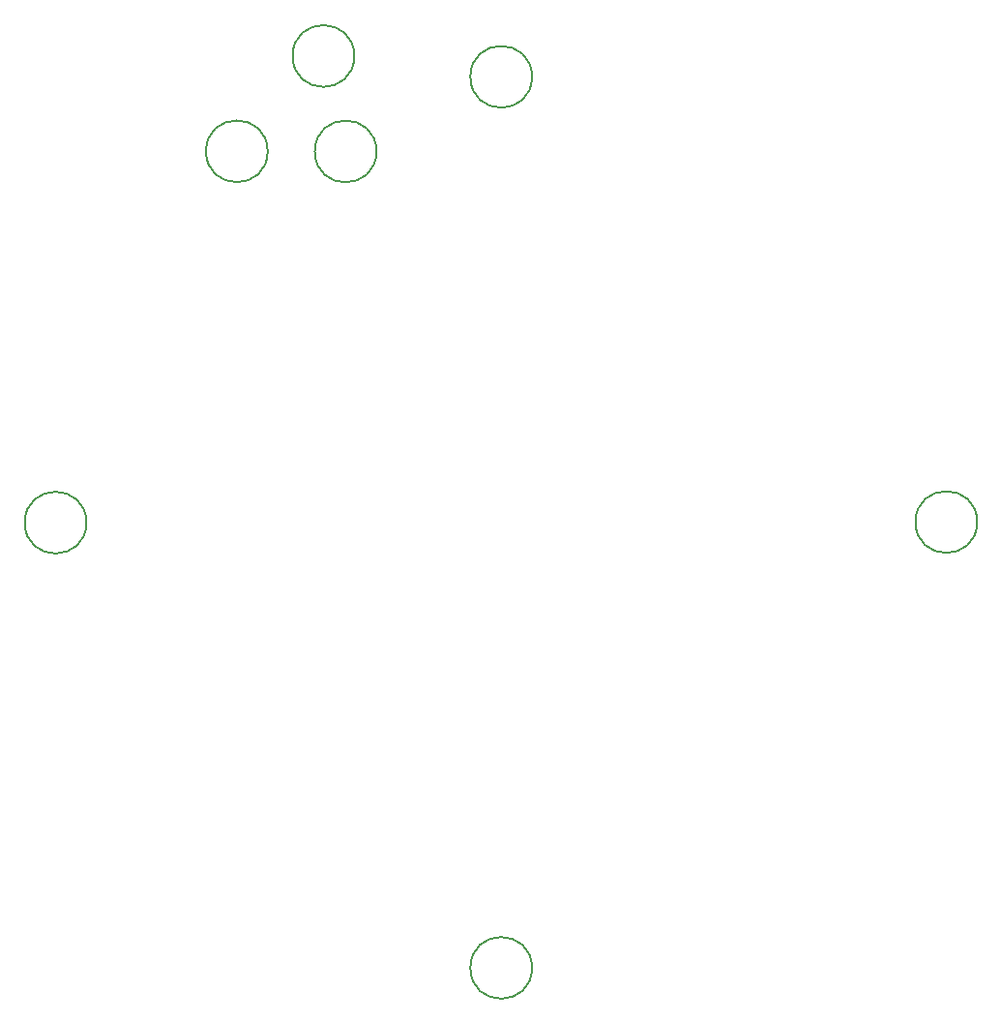
<source format=gbr>
%TF.GenerationSoftware,KiCad,Pcbnew,7.0.1*%
%TF.CreationDate,2024-01-14T19:17:54-07:00*%
%TF.ProjectId,antenna_top_cap,616e7465-6e6e-4615-9f74-6f705f636170,rev?*%
%TF.SameCoordinates,Original*%
%TF.FileFunction,Other,Comment*%
%FSLAX46Y46*%
G04 Gerber Fmt 4.6, Leading zero omitted, Abs format (unit mm)*
G04 Created by KiCad (PCBNEW 7.0.1) date 2024-01-14 19:17:54*
%MOMM*%
%LPD*%
G01*
G04 APERTURE LIST*
%ADD10C,0.150000*%
G04 APERTURE END LIST*
D10*
%TO.C,TP3*%
X152975800Y-71419400D02*
G75*
G03*
X152975800Y-71419400I-2700000J0D01*
G01*
%TO.C,TP7*%
X145393713Y-79756113D02*
G75*
G03*
X145393713Y-79756113I-2700000J0D01*
G01*
%TO.C,TP2*%
X154915800Y-79769400D02*
G75*
G03*
X154915800Y-79769400I-2700000J0D01*
G01*
%TO.C,TP5*%
X129525800Y-112239400D02*
G75*
G03*
X129525800Y-112239400I-2700000J0D01*
G01*
%TO.C,TP6*%
X168535800Y-73239400D02*
G75*
G03*
X168535800Y-73239400I-2700000J0D01*
G01*
%TO.C,TP1*%
X168535800Y-151189400D02*
G75*
G03*
X168535800Y-151189400I-2700000J0D01*
G01*
%TO.C,TP4*%
X207505800Y-112189400D02*
G75*
G03*
X207505800Y-112189400I-2700000J0D01*
G01*
%TD*%
M02*

</source>
